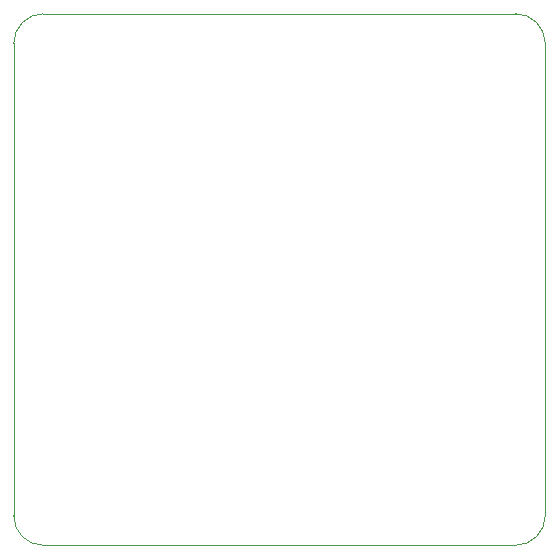
<source format=gbr>
%TF.GenerationSoftware,KiCad,Pcbnew,9.0.0-rc3-101-g1c85751bf0*%
%TF.CreationDate,2025-12-24T13:29:29+08:00*%
%TF.ProjectId,M4310_Drv,4d343331-305f-4447-9276-2e6b69636164,rev?*%
%TF.SameCoordinates,Original*%
%TF.FileFunction,Profile,NP*%
%FSLAX46Y46*%
G04 Gerber Fmt 4.6, Leading zero omitted, Abs format (unit mm)*
G04 Created by KiCad (PCBNEW 9.0.0-rc3-101-g1c85751bf0) date 2025-12-24 13:29:29*
%MOMM*%
%LPD*%
G01*
G04 APERTURE LIST*
%TA.AperFunction,Profile*%
%ADD10C,0.064516*%
%TD*%
G04 APERTURE END LIST*
D10*
X202700000Y-135982234D02*
X202700000Y-95982234D01*
X157700000Y-135982233D02*
X157700000Y-95982235D01*
X202700000Y-135982234D02*
G75*
G02*
X200200000Y-138482300I-2500100J34D01*
G01*
X160199999Y-138482234D02*
G75*
G02*
X157700066Y-135982233I1J2499934D01*
G01*
X160199999Y-138482234D02*
X200200000Y-138482234D01*
X200200000Y-93482234D02*
G75*
G02*
X202700066Y-95982234I0J-2500066D01*
G01*
X179650000Y-93482234D02*
X200200000Y-93482234D01*
X160200000Y-93482234D02*
X179650000Y-93482234D01*
X157700000Y-95982235D02*
G75*
G02*
X160200000Y-93482300I2499900J35D01*
G01*
M02*

</source>
